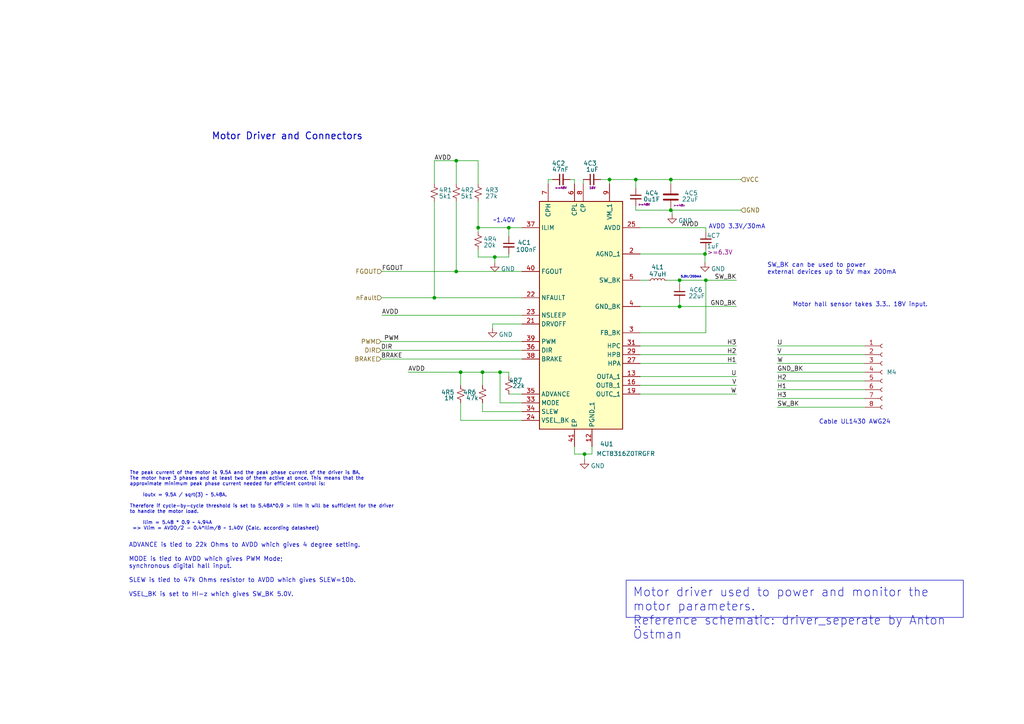
<source format=kicad_sch>
(kicad_sch (version 20231120) (generator "eeschema") (generator_version "8.0")
  (paper "A4")
  (lib_symbols
    (symbol "Connector:Conn_01x08_Socket" (pin_names (offset 1.016) hide)
      (property "Reference" "J" (at 0 10.16 0))
      (property "Value" "Conn_01x08_Socket" (at 0 -12.7 0))
      (symbol "Conn_01x08_Socket_1_1"
        (arc (start 0 -9.652) (mid -0.5058 -10.16) (end 0 -10.668) (stroke (width 0.1524)))
        (arc (start 0 -7.112) (mid -0.5058 -7.62) (end 0 -8.128) (stroke (width 0.1524)))
        (arc (start 0 -4.572) (mid -0.5058 -5.08) (end 0 -5.588) (stroke (width 0.1524)))
        (arc (start 0 -2.032) (mid -0.5058 -2.54) (end 0 -3.048) (stroke (width 0.1524)))
        (polyline (pts (xy -1.27 -10.16) (xy -0.508 -10.16)) (stroke (width 0.1524)))
        (polyline (pts (xy -1.27 -7.62) (xy -0.508 -7.62)) (stroke (width 0.1524)))
        (polyline (pts (xy -1.27 -5.08) (xy -0.508 -5.08)) (stroke (width 0.1524)))
        (polyline (pts (xy -1.27 -2.54) (xy -0.508 -2.54)) (stroke (width 0.1524)))
        (polyline (pts (xy -1.27 0) (xy -0.508 0)) (stroke (width 0.1524)))
        (polyline (pts (xy -1.27 2.54) (xy -0.508 2.54)) (stroke (width 0.1524)))
        (polyline (pts (xy -1.27 5.08) (xy -0.508 5.08)) (stroke (width 0.1524)))
        (polyline (pts (xy -1.27 7.62) (xy -0.508 7.62)) (stroke (width 0.1524)))
        (arc (start 0 0.508) (mid -0.5058 0) (end 0 -0.508) (stroke (width 0.1524)))
        (arc (start 0 3.048) (mid -0.5058 2.54) (end 0 2.032) (stroke (width 0.1524)))
        (arc (start 0 5.588) (mid -0.5058 5.08) (end 0 4.572) (stroke (width 0.1524)))
        (arc (start 0 8.128) (mid -0.5058 7.62) (end 0 7.112) (stroke (width 0.1524)))
        (pin passive line (at -5.08 7.62 0) (length 3.81) (name "Pin_1") (number "1"))
        (pin passive line (at -5.08 5.08 0) (length 3.81) (name "Pin_2") (number "2"))
        (pin passive line (at -5.08 2.54 0) (length 3.81) (name "Pin_3") (number "3"))
        (pin passive line (at -5.08 0 0) (length 3.81) (name "Pin_4") (number "4"))
        (pin passive line (at -5.08 -2.54 0) (length 3.81) (name "Pin_5") (number "5"))
        (pin passive line (at -5.08 -5.08 0) (length 3.81) (name "Pin_6") (number "6"))
        (pin passive line (at -5.08 -7.62 0) (length 3.81) (name "Pin_7") (number "7"))
        (pin passive line (at -5.08 -10.16 0) (length 3.81) (name "Pin_8") (number "8"))
      )
    )
    (symbol "Device:C" (pin_numbers hide) (pin_names (offset 0.254))
      (property "Reference" "C" (at 0.635 2.54 0))
      (property "Value" "C" (at 0.635 -2.54 0))
      (symbol "C_0_1"
        (polyline (pts (xy -2.032 -0.762) (xy 2.032 -0.762)) (stroke (width 0.508)))
        (polyline (pts (xy -2.032 0.762) (xy 2.032 0.762)) (stroke (width 0.508)))
      )
      (symbol "C_1_1"
        (pin passive line (at 0 3.81 270) (length 2.794) (name "~") (number "1"))
        (pin passive line (at 0 -3.81 90) (length 2.794) (name "~") (number "2"))
      )
    )
    (symbol "Device:C_Small" (pin_numbers hide) (pin_names (offset 0.254) hide)
      (property "Reference" "C" (at 0.254 1.778 0))
      (property "Value" "C_Small" (at 0.254 -2.032 0))
      (symbol "C_Small_0_1"
        (polyline (pts (xy -1.524 -0.508) (xy 1.524 -0.508)) (stroke (width 0.3302)))
        (polyline (pts (xy -1.524 0.508) (xy 1.524 0.508)) (stroke (width 0.3048)))
      )
      (symbol "C_Small_1_1"
        (pin passive line (at 0 2.54 270) (length 2.032) (name "~") (number "1"))
        (pin passive line (at 0 -2.54 90) (length 2.032) (name "~") (number "2"))
      )
    )
    (symbol "Device:L_Small" (pin_numbers hide) (pin_names (offset 0.254) hide)
      (property "Reference" "L" (at 0.762 1.016 0))
      (property "Value" "L_Small" (at 0.762 -1.016 0))
      (symbol "L_Small_0_1"
        (arc (start 0 -2.032) (mid 0.5058 -1.524) (end 0 -1.016))
        (arc (start 0 -1.016) (mid 0.5058 -0.508) (end 0 0))
        (arc (start 0 0) (mid 0.5058 0.508) (end 0 1.016))
        (arc (start 0 1.016) (mid 0.5058 1.524) (end 0 2.032))
      )
      (symbol "L_Small_1_1"
        (pin passive line (at 0 2.54 270) (length 0.508) (name "~") (number "1"))
        (pin passive line (at 0 -2.54 90) (length 0.508) (name "~") (number "2"))
      )
    )
    (symbol "Device:R_Small_US" (pin_numbers hide) (pin_names (offset 0.254) hide)
      (property "Reference" "R" (at 0.762 0.508 0))
      (property "Value" "R_Small_US" (at 0.762 -1.016 0))
      (symbol "R_Small_US_1_1"
        (polyline (pts (xy 0 0) (xy 1.016 -0.381) (xy 0 -0.762) (xy -1.016 -1.143) (xy 0 -1.524)))
        (polyline (pts (xy 0 1.524) (xy 1.016 1.143) (xy 0 0.762) (xy -1.016 0.381) (xy 0 0)))
        (pin passive line (at 0 2.54 270) (length 1.016) (name "~") (number "1"))
        (pin passive line (at 0 -2.54 90) (length 1.016) (name "~") (number "2"))
      )
    )
    (symbol "MCT8316Z0TQRGFRQ1:MCT8316Z0TQRGFRQ1"
      (property "Reference" "IC?" (at 5.08 -54.61 0))
      (property "Value" "MCT8316Z0TQRGFRQ1" (at 21.59 -54.61 0))
      (symbol "MCT8316Z0TQRGFRQ1_1_1"
        (rectangle (start 5.08 12.7) (end 29.21 -53.34) (stroke (width 0.254)) (fill (type background)))
        (pin no_connect line (at 29.21 -5.08 180) (length 5.08) hide (name "NC") (number "1"))
        (pin passive line (at 25.4 17.78 270) (length 5.08) hide (name "VM_2") (number "10"))
        (pin passive line (at 25.4 17.78 270) (length 5.08) hide (name "VM_3") (number "11"))
        (pin passive line (at 20.32 -58.42 90) (length 5.08) (name "PGND_1") (number "12"))
        (pin passive line (at 34.29 -38.1 180) (length 5.08) (name "OUTA_1") (number "13"))
        (pin passive line (at 34.29 -38.1 180) (length 5.08) hide (name "OUTA_2") (number "14"))
        (pin passive line (at 20.32 -58.42 90) (length 5.08) hide (name "PGND_2") (number "15"))
        (pin passive line (at 34.29 -40.64 180) (length 5.08) (name "OUTB_1") (number "16"))
        (pin passive line (at 34.29 -40.64 180) (length 5.08) hide (name "OUTB_2") (number "17"))
        (pin passive line (at 20.32 -58.42 90) (length 5.08) hide (name "PGND_3") (number "18"))
        (pin passive line (at 34.29 -43.18 180) (length 5.08) (name "OUTC_1") (number "19"))
        (pin passive line (at 34.29 -2.54 180) (length 5.08) (name "AGND_1") (number "2"))
        (pin passive line (at 34.29 -43.18 180) (length 5.08) hide (name "OUTC_2") (number "20"))
        (pin passive line (at 0 -22.86 0) (length 5.08) (name "DRVOFF") (number "21"))
        (pin passive line (at 0 -15.24 0) (length 5.08) (name "NFAULT") (number "22"))
        (pin passive line (at 0 -20.32 0) (length 5.08) (name "NSLEEP") (number "23"))
        (pin passive line (at 0 -50.8 0) (length 5.08) (name "VSEL_BK") (number "24"))
        (pin passive line (at 34.29 5.08 180) (length 5.08) (name "AVDD") (number "25"))
        (pin passive line (at 34.29 -2.54 180) (length 5.08) hide (name "AGND_2") (number "26"))
        (pin passive line (at 34.29 -34.29 180) (length 5.08) (name "HPA") (number "27"))
        (pin no_connect line (at 29.21 -21.59 180) (length 5.08) hide (name "HNA") (number "28"))
        (pin passive line (at 34.29 -31.75 180) (length 5.08) (name "HPB") (number "29"))
        (pin passive line (at 34.29 -25.4 180) (length 5.08) (name "FB_BK") (number "3"))
        (pin no_connect line (at 29.21 -21.59 180) (length 5.08) hide (name "HNB") (number "30"))
        (pin passive line (at 34.29 -29.21 180) (length 5.08) (name "HPC") (number "31"))
        (pin no_connect line (at 29.21 -21.59 180) (length 5.08) hide (name "HNC") (number "32"))
        (pin passive line (at 0 -45.72 0) (length 5.08) (name "MODE") (number "33"))
        (pin passive line (at 0 -48.26 0) (length 5.08) (name "SLEW") (number "34"))
        (pin passive line (at 0 -43.18 0) (length 5.08) (name "ADVANCE") (number "35"))
        (pin passive line (at 0 -30.48 0) (length 5.08) (name "DIR") (number "36"))
        (pin passive line (at 0 5.08 0) (length 5.08) (name "ILIM") (number "37"))
        (pin passive line (at 0 -33.02 0) (length 5.08) (name "BRAKE") (number "38"))
        (pin passive line (at 0 -27.94 0) (length 5.08) (name "PWM") (number "39"))
        (pin passive line (at 34.29 -17.78 180) (length 5.08) (name "GND_BK") (number "4"))
        (pin passive line (at 0 -7.62 0) (length 5.08) (name "FGOUT") (number "40"))
        (pin passive line (at 15.24 -58.42 90) (length 5.08) (name "EP") (number "41"))
        (pin passive line (at 34.29 -10.16 180) (length 5.08) (name "SW_BK") (number "5"))
        (pin passive line (at 15.24 17.78 270) (length 5.08) (name "CPL") (number "6"))
        (pin passive line (at 7.62 17.78 270) (length 5.08) (name "CPH") (number "7"))
        (pin passive line (at 17.78 17.78 270) (length 5.08) (name "CP") (number "8"))
        (pin passive line (at 25.4 17.78 270) (length 5.08) (name "VM_1") (number "9"))
      )
    )
    (symbol "power:GND" (power) (pin_numbers hide) (pin_names (offset 0) hide)
      (property "Value" "GND" (at 0 -3.81 0))
      (symbol "GND_0_1"
        (polyline (pts (xy 0 0) (xy 0 -1.27) (xy 1.27 -1.27) (xy 0 -2.54) (xy -1.27 -1.27) (xy 0 -1.27)))
      )
      (symbol "GND_1_1"
        (pin power_in line (at 0 0 270) (length 0) (name "~") (number "1"))
      )
    )
  )
  (junction (at 125.984 86.36))
  (junction (at 145.034 107.95))
  (junction (at 197.104 88.9))
  (junction (at 184.404 52.07))
  (junction (at 139.954 107.95))
  (junction (at 147.574 66.04))
  (junction (at 176.784 52.07))
  (junction (at 197.104 81.28))
  (junction (at 138.684 66.04))
  (junction (at 194.564 52.07))
  (junction (at 194.564 60.96))
  (junction (at 132.334 78.74))
  (junction (at 143.51 74.549))
  (junction (at 132.334 46.609))
  (junction (at 133.604 107.95))
  (junction (at 204.47 73.66))
  (junction (at 169.545 131.699))
  (junction (at 204.724 81.28))
  (wire (pts (xy 197.104 81.28) (xy 197.104 82.55)))
  (wire (pts (xy 171.704 129.54) (xy 171.704 131.699)))
  (wire (pts (xy 132.334 46.609) (xy 138.684 46.609)))
  (wire (pts (xy 159.004 52.07) (xy 159.004 53.34)))
  (wire (pts (xy 171.704 131.699) (xy 169.545 131.699)))
  (wire (pts (xy 184.404 52.07) (xy 194.564 52.07)))
  (wire (pts (xy 132.334 78.74) (xy 110.744 78.74)))
  (wire (pts (xy 125.984 46.609) (xy 125.984 53.34)))
  (wire (pts (xy 185.674 100.33) (xy 213.614 100.33)))
  (wire (pts (xy 125.984 86.36) (xy 151.384 86.36)))
  (wire (pts (xy 185.674 111.76) (xy 213.614 111.76)))
  (wire (pts (xy 185.674 102.87) (xy 213.614 102.87)))
  (wire (pts (xy 204.724 81.28) (xy 213.614 81.28)))
  (wire (pts (xy 185.674 88.9) (xy 197.104 88.9)))
  (wire (pts (xy 125.984 46.609) (xy 132.334 46.609)))
  (wire (pts (xy 132.334 58.42) (xy 132.334 78.74)))
  (wire (pts (xy 110.49 99.06) (xy 151.384 99.06)))
  (wire (pts (xy 143.51 74.549) (xy 147.574 74.549)))
  (wire (pts (xy 142.875 93.98) (xy 142.875 95.25)))
  (wire (pts (xy 169.164 52.07) (xy 169.164 53.34)))
  (wire (pts (xy 125.984 58.42) (xy 125.984 86.36)))
  (wire (pts (xy 132.334 46.609) (xy 132.334 53.34)))
  (wire (pts (xy 147.574 73.66) (xy 147.574 74.549)))
  (wire (pts (xy 184.404 52.07) (xy 184.404 54.61)))
  (wire (pts (xy 197.104 81.28) (xy 204.724 81.28)))
  (wire (pts (xy 110.49 101.6) (xy 151.384 101.6)))
  (wire (pts (xy 145.034 116.84) (xy 151.384 116.84)))
  (wire (pts (xy 197.104 87.63) (xy 197.104 88.9)))
  (wire (pts (xy 169.545 131.699) (xy 169.545 133.35)))
  (wire (pts (xy 176.784 52.07) (xy 176.784 53.34)))
  (wire (pts (xy 139.954 107.95) (xy 139.954 111.76)))
  (wire (pts (xy 138.684 66.04) (xy 147.574 66.04)))
  (wire (pts (xy 145.034 107.95) (xy 145.034 116.84)))
  (wire (pts (xy 166.624 131.699) (xy 169.545 131.699)))
  (wire (pts (xy 166.624 131.699) (xy 166.624 129.54)))
  (wire (pts (xy 225.425 100.33) (xy 250.825 100.33)))
  (wire (pts (xy 204.724 72.39) (xy 204.724 73.66)))
  (wire (pts (xy 194.945 60.96) (xy 214.884 60.96)))
  (wire (pts (xy 185.674 73.66) (xy 204.47 73.66)))
  (wire (pts (xy 225.425 118.11) (xy 250.825 118.11)))
  (wire (pts (xy 138.684 46.609) (xy 138.684 53.34)))
  (wire (pts (xy 159.004 52.07) (xy 160.274 52.07)))
  (wire (pts (xy 138.684 74.549) (xy 138.684 72.39)))
  (wire (pts (xy 225.425 102.87) (xy 250.825 102.87)))
  (wire (pts (xy 225.425 105.41) (xy 250.825 105.41)))
  (wire (pts (xy 133.604 111.76) (xy 133.604 107.95)))
  (wire (pts (xy 185.674 105.41) (xy 213.614 105.41)))
  (wire (pts (xy 138.684 58.42) (xy 138.684 66.04)))
  (wire (pts (xy 174.244 52.07) (xy 176.784 52.07)))
  (wire (pts (xy 197.104 88.9) (xy 213.614 88.9)))
  (wire (pts (xy 166.624 52.07) (xy 165.354 52.07)))
  (wire (pts (xy 110.49 104.14) (xy 151.384 104.14)))
  (wire (pts (xy 185.674 96.52) (xy 204.724 96.52)))
  (wire (pts (xy 204.724 66.04) (xy 204.724 67.31)))
  (wire (pts (xy 204.47 73.66) (xy 204.47 76.2)))
  (wire (pts (xy 225.425 107.95) (xy 250.825 107.95)))
  (wire (pts (xy 166.624 52.07) (xy 166.624 53.34)))
  (wire (pts (xy 184.404 59.69) (xy 184.404 60.96)))
  (wire (pts (xy 110.744 86.36) (xy 125.984 86.36)))
  (wire (pts (xy 133.604 116.84) (xy 133.604 121.92)))
  (wire (pts (xy 185.674 114.3) (xy 213.614 114.3)))
  (wire (pts (xy 194.564 52.07) (xy 214.884 52.07)))
  (wire (pts (xy 193.294 81.28) (xy 197.104 81.28)))
  (wire (pts (xy 147.574 66.04) (xy 151.384 66.04)))
  (wire (pts (xy 147.574 107.95) (xy 147.574 109.22)))
  (wire (pts (xy 138.684 66.04) (xy 138.684 67.31)))
  (wire (pts (xy 204.47 73.66) (xy 204.724 73.66)))
  (wire (pts (xy 194.564 60.96) (xy 194.945 60.96)))
  (wire (pts (xy 225.425 115.57) (xy 250.825 115.57)))
  (wire (pts (xy 147.574 66.04) (xy 147.574 68.58)))
  (wire (pts (xy 143.51 74.549) (xy 143.51 76.2)))
  (wire (pts (xy 184.404 60.96) (xy 194.564 60.96)))
  (wire (pts (xy 132.334 78.74) (xy 151.384 78.74)))
  (wire (pts (xy 185.674 66.04) (xy 204.724 66.04)))
  (wire (pts (xy 142.875 93.98) (xy 151.384 93.98)))
  (wire (pts (xy 143.51 74.549) (xy 138.684 74.549)))
  (wire (pts (xy 147.574 114.3) (xy 151.384 114.3)))
  (wire (pts (xy 204.724 81.28) (xy 204.724 96.52)))
  (wire (pts (xy 225.425 110.49) (xy 250.825 110.49)))
  (wire (pts (xy 110.744 91.44) (xy 151.384 91.44)))
  (wire (pts (xy 194.564 52.07) (xy 194.564 53.34)))
  (wire (pts (xy 225.425 113.03) (xy 250.825 113.03)))
  (wire (pts (xy 176.784 52.07) (xy 184.404 52.07)))
  (wire (pts (xy 185.674 81.28) (xy 188.214 81.28)))
  (wire (pts (xy 133.604 107.95) (xy 139.954 107.95)))
  (wire (pts (xy 139.954 116.84) (xy 139.954 119.38)))
  (wire (pts (xy 194.945 60.96) (xy 194.945 62.23)))
  (wire (pts (xy 185.674 109.22) (xy 213.614 109.22)))
  (wire (pts (xy 139.954 119.38) (xy 151.384 119.38)))
  (wire (pts (xy 145.034 107.95) (xy 147.574 107.95)))
  (wire (pts (xy 133.604 121.92) (xy 151.384 121.92)))
  (wire (pts (xy 139.954 107.95) (xy 145.034 107.95)))
  (wire (pts (xy 118.364 107.95) (xy 133.604 107.95)))
  (text_box "Motor driver used to power and monitor the motor parameters.\nReference schematic: driver_seperate by Anton Östman" (at 181.61 168.275 0) (size 97.79 10.795) (effects (font (size 2.54 2.54)) (justify left top)))
  (text "Cable UL1430 AWG24" (at 237.49 123.19 0) (effects (font (size 1.27 1.27)) (justify left bottom)))
  (text "ADVANCE is tied to 22k Ohms to AVDD which gives 4 degree setting.\n\nMODE is tied to AVDD which gives PWM Mode;\nsynchronous digital hall input.\n\nSLEW is tied to 47k Ohms resistor to AVDD which gives SLEW=10b.\n\nVSEL_BK is set to HI-z which gives SW_BK 5.0V." (at 37.338 173.228 0) (effects (font (size 1.27 1.27)) (justify left bottom)))
  (text "The peak current of the motor is 9.5A and the peak phase current of the driver is 8A.\nThe motor have 3 phases and at least two of them active at once. This means that the\napproximate minimum peak phase current needed for efficient control is:\n	\n	Ioutx = 9.5A / sqrt(3) ~ 5.48A.\n\nTherefore if cycle-by-cycle threshold is set to 5.48A*0.9 > Ilim it will be sufficient for the driver\nto handle the motor load.\n\n	Ilim = 5.48 * 0.9 ~ 4.94A\n => Vlim = AVDD/2 - 0.4*Ilim/8 ~ 1.40V (Calc. according datasheet)" (at 37.592 153.924 0) (effects (font (size 1 1)) (justify left bottom)))
  (text "AVDD 3.3V/30mA" (at 205.486 66.548 0) (effects (font (size 1.27 1.27)) (justify left bottom)))
  (text "Motor hall sensor takes 3.3.. 18V input." (at 229.87 89.154 0) (effects (font (size 1.27 1.27)) (justify left bottom)))
  (text "5.0V/200mA" (at 197.358 80.772 0) (effects (font (size 0.635 0.635)) (justify left bottom)))
  (text "~1.40V" (at 143.002 64.77 0) (effects (font (size 1.27 1.27)) (justify left bottom)))
  (text "SW_BK can be used to power \nexternal devices up to 5V max 200mA\n" (at 222.504 79.756 0) (effects (font (size 1.27 1.27)) (justify left bottom)))
  (text "Motor Driver and Connectors" (at 61.341 40.767 0) (effects (font (size 2 2) (thickness 0.254) (bold yes)) (justify left bottom)))
  (label "SW_BK" (at 213.614 81.28 180))
  (label "H2" (at 213.614 102.87 180))
  (label "H2" (at 225.425 110.49 0))
  (label "SW_BK" (at 225.425 118.11 0))
  (label "FGOUT" (at 110.744 78.74 0))
  (label "V" (at 213.614 111.76 180))
  (label "DIR" (at 110.49 101.6 0))
  (label "H3" (at 225.425 115.57 0))
  (label "PWM" (at 111.379 99.06 0))
  (label "AVDD" (at 197.739 66.04 0))
  (label "BRAKE" (at 110.49 104.14 0))
  (label "H3" (at 213.614 100.33 180))
  (label "V" (at 225.425 102.87 0))
  (label "AVDD" (at 110.744 91.44 0))
  (label "AVDD" (at 125.984 46.736 0))
  (label "H1" (at 225.425 113.03 0))
  (label "U" (at 213.614 109.22 180))
  (label "GND_BK" (at 213.614 88.9 180))
  (label "GND_BK" (at 225.425 107.95 0))
  (label "W" (at 225.425 105.41 0))
  (label "AVDD" (at 118.364 107.95 0))
  (label "U" (at 225.425 100.33 0))
  (label "H1" (at 213.614 105.41 180))
  (label "W" (at 213.614 114.3 180))
  (hierarchical_label "BRAKE" (shape input) (at 110.49 104.14 180))
  (hierarchical_label "FGOUT" (shape input) (at 110.744 78.74 180))
  (hierarchical_label "GND" (shape input) (at 214.884 60.96 0))
  (hierarchical_label "DIR" (shape input) (at 110.49 101.6 180))
  (hierarchical_label "nFault" (shape input) (at 110.744 86.36 180))
  (hierarchical_label "PWM" (shape input) (at 110.49 99.06 180))
  (hierarchical_label "VCC" (shape input) (at 214.884 52.07 0))
  (symbol (lib_id "power:GND") (at 143.51 76.2 0) (unit 1)
    (property "Reference" "#PWR038" (effects (hide yes)))
    (property "Value" "GND" (at 147.32 77.978 0))
    (property "Description" "Power symbol creates a global label with name \"GND\" , ground" (effects (hide yes)))
  )
  (symbol (lib_id "Device:C_Small") (at 147.574 71.12 0) (unit 1)
    (property "Reference" "4C1" (at 150.114 70.358 0) (effects (justify left)))
    (property "Value" "100nF" (at 149.606 72.39 0) (effects (justify left)))
    (property "Footprint" "Capacitor_SMD:C_0402_1005Metric" (effects (hide yes)))
    (property "Description" "MFR.Part # CL05B104KO5NNNC JLCPCB Part # C1525" (effects (hide yes)))
  )
  (symbol (lib_id "Device:R_Small_US") (at 132.334 55.88 0) (unit 1)
    (property "Reference" "4R2" (at 133.604 55.118 0) (effects (justify left)))
    (property "Value" "5k1" (at 133.604 56.896 0) (effects (justify left)))
    (property "Footprint" "Resistor_SMD:R_0603_1608Metric" (effects (hide yes)))
    (property "Description" "MFR.Part # ERJ3GEYJ512V JLCPCB Part # C403509" (effects (hide yes)))
  )
  (symbol (lib_id "Device:L_Small") (at 190.754 81.28 90) (unit 1)
    (property "Reference" "4L1" (at 190.754 77.47 90))
    (property "Value" "47uH" (at 190.754 79.502 90))
    (property "Footprint" "Inductor_SMD:L_0805_2012Metric" (effects (hide yes)))
    (property "Description" "MFR.Part # CMI201212J470KT JLCPCB Part # C105499" (effects (hide yes)))
  )
  (symbol (lib_id "Device:C_Small") (at 197.104 85.09 0) (unit 1)
    (property "Reference" "4C6" (at 199.898 84.074 0) (effects (justify left)))
    (property "Value" "22uF" (at 199.644 85.852 0) (effects (justify left)))
    (property "Footprint" "Capacitor_SMD:C_0402_1005Metric" (effects (hide yes)))
    (property "Description" "MFR.Part # CL05A226MQ5QUNC JLCPCB Part # C105226" (effects (hide yes)))
  )
  (symbol (lib_id "Device:R_Small_US") (at 138.684 69.85 0) (unit 1)
    (property "Reference" "4R4" (at 140.208 69.342 0) (effects (justify left)))
    (property "Value" "20k" (at 140.208 71.12 0) (effects (justify left)))
    (property "Footprint" "Resistor_SMD:R_0603_1608Metric" (effects (hide yes)))
    (property "Description" "MFR.Part # 0603WAF2002T5E JLCPCB Part # C4184" (effects (hide yes)))
  )
  (symbol (lib_id "Device:C_Small") (at 162.814 52.07 90) (unit 1)
    (property "Reference" "4C2" (at 163.957 47.371 90) (effects (justify left)))
    (property "Value" "47nF" (at 164.973 49.149 90) (effects (justify left)))
    (property "Footprint" "Capacitor_SMD:C_0402_1005Metric" (effects (hide yes)))
    (property "Description" "MFR.Part # CL05B473KB5VPNC JLCPCB Part # C307339" (effects (hide yes)))
    (property "Voltage" ">=48V" (at 162.687 54.483 90) (effects (font (size 0.635 0.635))))
  )
  (symbol (lib_id "Connector:Conn_01x08_Socket") (at 255.905 107.95 0) (unit 1)
    (property "Reference" "M4" (at 257.175 107.9499 0) (effects (justify left)))
    (property "Value" "Conn_01x08_Socket" (effects (hide yes)))
    (property "Footprint" "Connector_PinHeader_2.54mm:PinHeader_1x08_P2.54mm_Vertical" (effects (hide yes)))
    (property "Description" "MFR.Part # HB-PH3-25418PB2GOP JLCPCB Part # C6332201" (effects (hide yes)))
  )
  (symbol (lib_id "Device:C_Small") (at 171.704 52.07 90) (unit 1)
    (property "Reference" "4C3" (at 173.101 47.371 90) (effects (justify left)))
    (property "Value" "1uF" (at 173.609 49.149 90) (effects (justify left)))
    (property "Footprint" "Capacitor_SMD:C_0402_1005Metric" (effects (hide yes)))
    (property "Description" "MFR.Part # CL05A105KP5NNNC JLCPCB Part # C14445" (effects (hide yes)))
    (property "Voltage" "16V" (at 171.831 54.483 90) (effects (font (size 0.635 0.635))))
  )
  (symbol (lib_id "power:GND") (at 142.875 95.25 0) (unit 1)
    (property "Reference" "#PWR037" (effects (hide yes)))
    (property "Value" "GND" (at 146.685 97.028 0))
    (property "Description" "Power symbol creates a global label with name \"GND\" , ground" (effects (hide yes)))
  )
  (symbol (lib_id "Device:R_Small_US") (at 125.984 55.88 0) (unit 1)
    (property "Reference" "4R1" (at 127.254 55.118 0) (effects (justify left)))
    (property "Value" "5k1" (at 127.254 56.896 0) (effects (justify left)))
    (property "Footprint" "Resistor_SMD:R_0603_1608Metric" (effects (hide yes)))
    (property "Description" "MFR.Part # ERJ3GEYJ512V JLCPCB Part # C403509" (effects (hide yes)))
  )
  (symbol (lib_id "Device:C_Small") (at 184.404 57.15 0) (unit 1)
    (property "Reference" "4C4" (at 187.071 56.007 0) (effects (justify left)))
    (property "Value" "0u1F" (at 186.563 57.785 0) (effects (justify left)))
    (property "Footprint" "Capacitor_SMD:C_0402_1005Metric" (effects (hide yes)))
    (property "Description" "MFR.Part # CL05B104KB54PNC JLCPCB Part # C307331" (effects (hide yes)))
    (property "Voltage" ">=48V" (at 186.817 59.309 0) (effects (font (size 0.635 0.635))))
  )
  (symbol (lib_id "power:GND") (at 169.545 133.35 0) (unit 1)
    (property "Reference" "#PWR039" (effects (hide yes)))
    (property "Value" "GND" (at 173.355 135.128 0))
    (property "Description" "Power symbol creates a global label with name \"GND\" , ground" (effects (hide yes)))
  )
  (symbol (lib_id "Device:R_Small_US") (at 133.604 114.3 180) (unit 1)
    (property "Reference" "4R5" (at 131.826 113.792 0) (effects (justify left)))
    (property "Value" "1M" (at 131.699 115.443 0) (effects (justify left)))
    (property "Footprint" "Resistor_SMD:R_0805_2012Metric" (effects (hide yes)))
    (property "Description" "MFR.Part # RC0805FR-071ML JLCPCB Part # C107700" (effects (hide yes)))
  )
  (symbol (lib_id "power:GND") (at 204.47 76.2 0) (unit 1)
    (property "Reference" "#PWR042" (effects (hide yes)))
    (property "Value" "GND" (at 208.28 77.978 0))
    (property "Description" "Power symbol creates a global label with name \"GND\" , ground" (effects (hide yes)))
  )
  (symbol (lib_id "Device:R_Small_US") (at 139.954 114.3 180) (unit 1)
    (property "Reference" "4R6" (at 138.176 113.792 0) (effects (justify left)))
    (property "Value" "47k" (at 138.811 115.443 0) (effects (justify left)))
    (property "Footprint" "Resistor_SMD:R_0402_1005Metric" (effects (hide yes)))
    (property "Description" "MFR.Part # 0402WGF4702TCE JLCPCB Part # C25792" (effects (hide yes)))
  )
  (symbol (lib_id "Device:R_Small_US") (at 147.574 111.76 180) (unit 1)
    (property "Reference" "4R7" (at 151.511 110.363 0) (effects (justify left)))
    (property "Value" "22k" (at 152.273 111.887 0) (effects (justify left)))
    (property "Footprint" "Resistor_SMD:R_0402_1005Metric" (effects (hide yes)))
    (property "Description" "MFR.Part # 0402WGJ0223TCE JLCPCB Part # C25547" (effects (hide yes)))
  )
  (symbol (lib_id "Device:R_Small_US") (at 138.684 55.88 0) (unit 1)
    (property "Reference" "4R3" (at 140.716 55.118 0) (effects (justify left)))
    (property "Value" "27k" (at 140.716 56.896 0) (effects (justify left)))
    (property "Footprint" "Resistor_SMD:R_0603_1608Metric" (effects (hide yes)))
    (property "Description" "MFR.Part # 0603WAF2702T5E JLCPCB Part # C22967" (effects (hide yes)))
  )
  (symbol (lib_id "Device:C") (at 194.564 57.15 0) (unit 1)
    (property "Reference" "4C5" (at 198.501 56.007 0) (effects (justify left)))
    (property "Value" "22uF" (at 197.739 57.785 0) (effects (justify left)))
    (property "Footprint" "Capacitor_SMD:C_2220_5750Metric" (effects (hide yes)))
    (property "Description" "MFR.Part # FS55X226K500EHG JLCPCB Part # C784103" (effects (hide yes)))
    (property "Voltage" ">=48v" (at 196.977 59.563 0) (effects (font (size 0.635 0.635))))
  )
  (symbol (lib_id "MCT8316Z0TQRGFRQ1:MCT8316Z0TQRGFRQ1") (at 151.384 71.12 0) (unit 1)
    (property "Reference" "4U1" (at 173.99 128.778 0) (effects (justify left)))
    (property "Value" "MCT8316Z0TRGFR" (at 172.974 131.572 0) (effects (justify left)))
    (property "Footprint" "motorDriver:RGF0040E-IPC_B" (effects (hide yes)))
    (property "Description" "MFR.Part # MCT8316Z0TRGFR JLCPCB Part # C3681342" (effects (hide yes)))
    (property "Reference_1" "IC" (effects (hide yes)))
    (property "Value_1" "MCT8316Z0TQRGFRQ1" (effects (hide yes)))
    (property "Footprint_1" "QFN50P500X700X100-41N-D" (effects (hide yes)))
    (property "Datasheet_1" "https://www.ti.com/lit/ds/symlink/mct8316z-q1.pdf?ts=1644468763902&ref_url=https%253A%252F%252Fwww.ti.com%252Fproduct%252FMCT8316Z-Q1" (effects (hide yes)))
    (property "Height" "1" (effects (hide yes)))
    (property "Mouser Part Number" "595-CT8316Z0TQRGFRQ1" (effects (hide yes)))
    (property "Mouser Price/Stock" "https://www.mouser.co.uk/ProductDetail/Texas-Instruments/MCT8316Z0TQRGFRQ1?qs=doiCPypUmgGjpIW3bYp16w%3D%3D" (effects (hide yes)))
    (property "Manufacturer_Name" "Texas Instruments" (effects (hide yes)))
    (property "Manufacturer_Part_Number" "MCT8316Z0TQRGFRQ1" (effects (hide yes)))
  )
  (symbol (lib_id "power:GND") (at 194.945 62.23 0) (unit 1)
    (property "Reference" "#PWR040" (effects (hide yes)))
    (property "Value" "GND" (at 198.755 64.008 0))
    (property "Description" "Power symbol creates a global label with name \"GND\" , ground" (effects (hide yes)))
  )
  (symbol (lib_id "Device:C_Small") (at 204.724 69.85 0) (unit 1)
    (property "Reference" "4C7" (at 204.978 68.326 0) (effects (justify left)))
    (property "Value" "1uF" (at 204.978 71.374 0) (effects (justify left)))
    (property "Footprint" "Capacitor_SMD:C_0402_1005Metric" (effects (hide yes)))
    (property "Description" "MFR.Part # GRM155R61A105KE15D JLCPCB Part # C76999" (effects (hide yes)))
    (property "Voltage" ">=6.3V" (at 208.788 73.152 0))
  )
)
</source>
